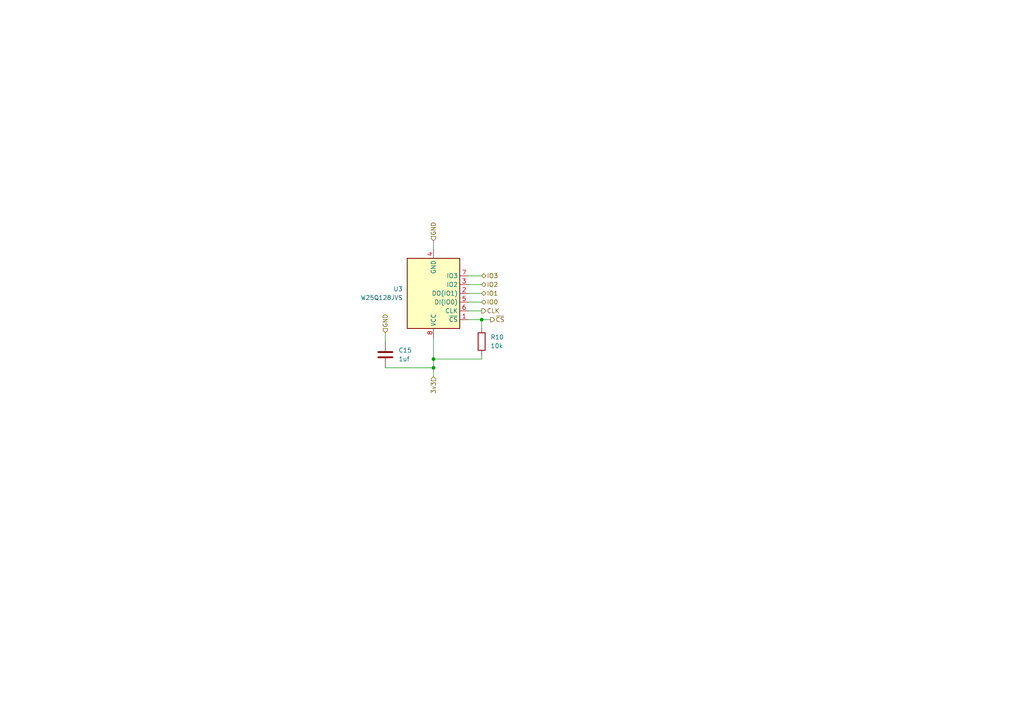
<source format=kicad_sch>
(kicad_sch (version 20230121) (generator eeschema)
  (paper "A4")
  (lib_symbols
    (symbol "Device:C" (pin_numbers hide) (pin_names (offset 0.254))
      (property "Reference" "C" (at 0.635 2.54 0))
      (property "Value" "C" (at 0.635 -2.54 0))
      (symbol "C_0_1"
        (polyline (pts (xy -2.032 -0.762) (xy 2.032 -0.762)) (stroke (width 0.508)))
        (polyline (pts (xy -2.032 0.762) (xy 2.032 0.762)) (stroke (width 0.508)))
      )
      (symbol "C_1_1"
        (pin passive line (at 0 3.81 270) (length 2.794) (name "~") (number "1"))
        (pin passive line (at 0 -3.81 90) (length 2.794) (name "~") (number "2"))
      )
    )
    (symbol "Device:R" (pin_numbers hide) (pin_names (offset 0))
      (property "Reference" "R" (at 2.032 0 90))
      (property "Value" "R" (at 0 0 90))
      (symbol "R_0_1"
        (rectangle (start -1.016 -2.54) (end 1.016 2.54) (stroke (width 0.254)))
      )
      (symbol "R_1_1"
        (pin passive line (at 0 3.81 270) (length 1.27) (name "~") (number "1"))
        (pin passive line (at 0 -3.81 90) (length 1.27) (name "~") (number "2"))
      )
    )
    (symbol "Memory_Flash:W25Q128JVS"
      (property "Reference" "U" (at -8.89 8.89 0))
      (property "Value" "W25Q128JVS" (at 7.62 8.89 0))
      (symbol "W25Q128JVS_0_1"
        (rectangle (start -7.62 10.16) (end 7.62 -10.16) (stroke (width 0.254)) (fill (type background)))
      )
      (symbol "W25Q128JVS_1_1"
        (pin input line (at -10.16 7.62 0) (length 2.54) (name "~{CS}") (number "1"))
        (pin bidirectional line (at -10.16 0 0) (length 2.54) (name "DO(IO1)") (number "2"))
        (pin bidirectional line (at -10.16 -2.54 0) (length 2.54) (name "IO2") (number "3"))
        (pin power_in line (at 0 -12.7 90) (length 2.54) (name "GND") (number "4"))
        (pin bidirectional line (at -10.16 2.54 0) (length 2.54) (name "DI(IO0)") (number "5"))
        (pin input line (at -10.16 5.08 0) (length 2.54) (name "CLK") (number "6"))
        (pin bidirectional line (at -10.16 -5.08 0) (length 2.54) (name "IO3") (number "7"))
        (pin power_in line (at 0 12.7 270) (length 2.54) (name "VCC") (number "8"))
      )
    )
  )
  (junction (at 139.7 92.71))
  (junction (at 125.73 104.14))
  (junction (at 125.73 106.68))
  (wire (pts (xy 139.7 104.14) (xy 125.73 104.14)))
  (wire (pts (xy 139.7 92.71) (xy 139.7 95.25)))
  (wire (pts (xy 135.89 80.01) (xy 139.7 80.01)))
  (wire (pts (xy 135.89 82.55) (xy 139.7 82.55)))
  (wire (pts (xy 111.76 96.52) (xy 111.76 99.06)))
  (wire (pts (xy 135.89 85.09) (xy 139.7 85.09)))
  (wire (pts (xy 125.73 104.14) (xy 125.73 97.79)))
  (wire (pts (xy 135.89 92.71) (xy 139.7 92.71)))
  (wire (pts (xy 135.89 90.17) (xy 139.7 90.17)))
  (wire (pts (xy 125.73 69.85) (xy 125.73 72.39)))
  (wire (pts (xy 139.7 92.71) (xy 142.24 92.71)))
  (wire (pts (xy 135.89 87.63) (xy 139.7 87.63)))
  (wire (pts (xy 125.73 104.14) (xy 125.73 106.68)))
  (wire (pts (xy 139.7 102.87) (xy 139.7 104.14)))
  (wire (pts (xy 111.76 106.68) (xy 125.73 106.68)))
  (wire (pts (xy 125.73 106.68) (xy 125.73 109.22)))
  (hierarchical_label "IO0" (shape bidirectional) (at 139.7 87.63 0))
  (hierarchical_label "IO1" (shape bidirectional) (at 139.7 85.09 0))
  (hierarchical_label "GND" (shape input) (at 125.73 69.85 90))
  (hierarchical_label "~{CS}" (shape output) (at 142.24 92.71 0))
  (hierarchical_label "IO3" (shape bidirectional) (at 139.7 80.01 0))
  (hierarchical_label "3v3" (shape input) (at 125.73 109.22 270))
  (hierarchical_label "GND" (shape input) (at 111.76 96.52 90))
  (hierarchical_label "IO2" (shape bidirectional) (at 139.7 82.55 0))
  (hierarchical_label "CLK" (shape output) (at 139.7 90.17 0))
  (symbol (lib_id "Memory_Flash:W25Q128JVS") (at 125.73 85.09 180) (unit 1)
    (property "Reference" "U3" (at 116.84 83.82 0) (effects (justify left)))
    (property "Value" "W25Q128JVS" (at 116.84 86.36 0) (effects (justify left)))
    (property "Footprint" "Package_SO:SOIC-8_5.23x5.23mm_P1.27mm" (effects hide))
    (property "Datasheet" "http://www.winbond.com/resource-files/w25q128jv_dtr%20revc%2003272018%20plus.pdf" (effects hide))
  )
  (symbol (lib_id "Device:C") (at 111.76 102.87 0) (unit 1)
    (property "Reference" "C15" (at 115.57 101.6 0) (effects (justify left)))
    (property "Value" "1uf" (at 115.57 104.14 0) (effects (justify left)))
  )
  (symbol (lib_id "Device:R") (at 139.7 99.06 0) (unit 1)
    (property "Reference" "R10" (at 142.24 97.79 0) (effects (justify left)))
    (property "Value" "10k" (at 142.24 100.33 0) (effects (justify left)))
  )
)
</source>
